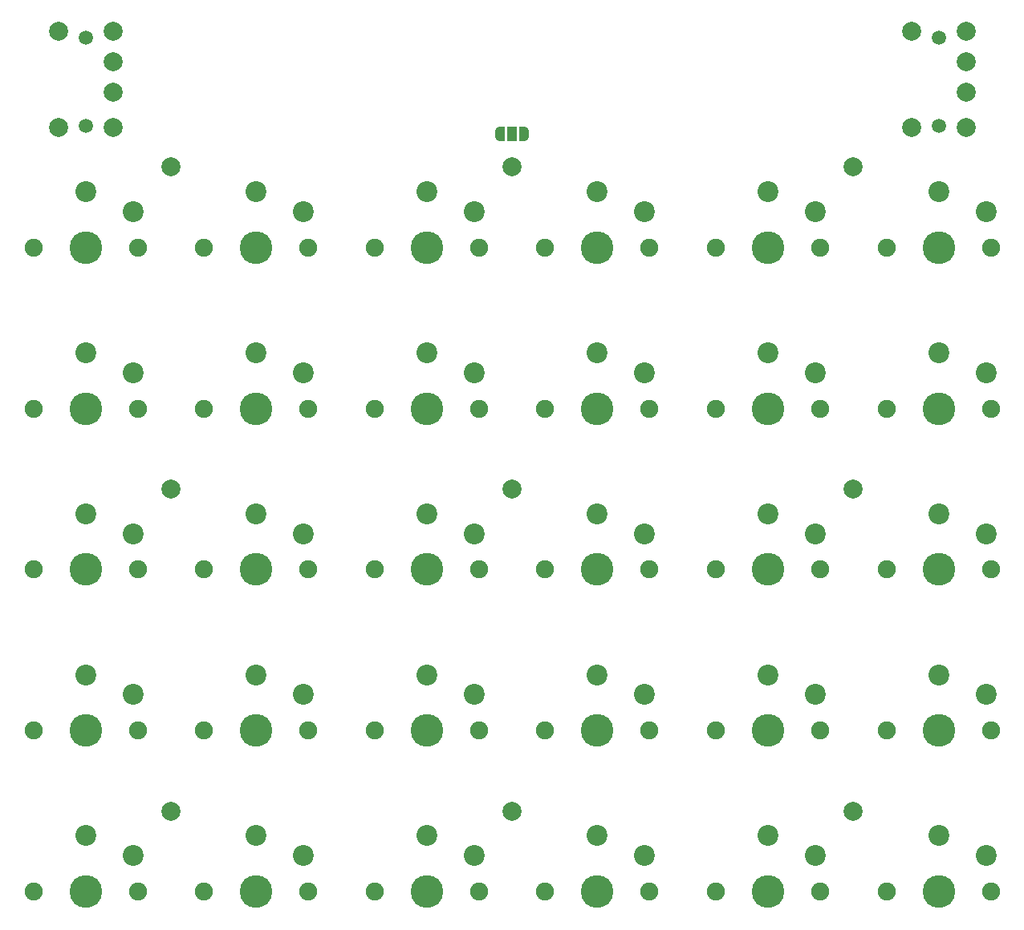
<source format=gbr>
%TF.GenerationSoftware,KiCad,Pcbnew,(6.0.4)*%
%TF.CreationDate,2022-04-25T23:47:20+01:00*%
%TF.ProjectId,pcb,7063622e-6b69-4636-9164-5f7063625858,1*%
%TF.SameCoordinates,Original*%
%TF.FileFunction,Soldermask,Bot*%
%TF.FilePolarity,Negative*%
%FSLAX46Y46*%
G04 Gerber Fmt 4.6, Leading zero omitted, Abs format (unit mm)*
G04 Created by KiCad (PCBNEW (6.0.4)) date 2022-04-25 23:47:20*
%MOMM*%
%LPD*%
G01*
G04 APERTURE LIST*
G04 Aperture macros list*
%AMFreePoly0*
4,1,22,0.550000,-0.750000,0.000000,-0.750000,0.000000,-0.745033,-0.079941,-0.743568,-0.215256,-0.701293,-0.333266,-0.622738,-0.424486,-0.514219,-0.481581,-0.384460,-0.499164,-0.250000,-0.500000,-0.250000,-0.500000,0.250000,-0.499164,0.250000,-0.499963,0.256109,-0.478152,0.396186,-0.417904,0.524511,-0.324060,0.630769,-0.204165,0.706417,-0.067858,0.745374,0.000000,0.744959,0.000000,0.750000,
0.550000,0.750000,0.550000,-0.750000,0.550000,-0.750000,$1*%
%AMFreePoly1*
4,1,20,0.000000,0.744959,0.073905,0.744508,0.209726,0.703889,0.328688,0.626782,0.421226,0.519385,0.479903,0.390333,0.500000,0.250000,0.500000,-0.250000,0.499851,-0.262216,0.476331,-0.402017,0.414519,-0.529596,0.319384,-0.634700,0.198574,-0.708877,0.061801,-0.746166,0.000000,-0.745033,0.000000,-0.750000,-0.550000,-0.750000,-0.550000,0.750000,0.000000,0.750000,0.000000,0.744959,
0.000000,0.744959,$1*%
G04 Aperture macros list end*
%ADD10C,2.000000*%
%ADD11C,1.900000*%
%ADD12C,3.450000*%
%ADD13C,2.200000*%
%ADD14C,1.500000*%
%ADD15FreePoly0,180.000000*%
%ADD16R,1.000000X1.500000*%
%ADD17FreePoly1,180.000000*%
G04 APERTURE END LIST*
D10*
%TO.C,REF\u002A\u002A*%
X117000000Y-161500000D03*
%TD*%
%TO.C,REF\u002A\u002A*%
X81000000Y-161500000D03*
%TD*%
%TO.C,REF\u002A\u002A*%
X45000000Y-161500000D03*
%TD*%
%TO.C,REF\u002A\u002A*%
X45000000Y-127500000D03*
%TD*%
%TO.C,REF\u002A\u002A*%
X81000000Y-127500000D03*
%TD*%
%TO.C,REF\u002A\u002A*%
X117000000Y-127500000D03*
%TD*%
%TO.C,REF\u002A\u002A*%
X117000000Y-93500000D03*
%TD*%
%TO.C,REF\u002A\u002A*%
X81000000Y-93500000D03*
%TD*%
%TO.C,REF\u002A\u002A*%
X45000000Y-93500000D03*
%TD*%
D11*
%TO.C,B4*%
X41500000Y-170000000D03*
D12*
X36000000Y-170000000D03*
D11*
X30500000Y-170000000D03*
D13*
X36000000Y-164100000D03*
X41000000Y-166200000D03*
%TD*%
D11*
%TO.C,B0*%
X30500000Y-102000000D03*
D12*
X36000000Y-102000000D03*
D11*
X41500000Y-102000000D03*
D13*
X36000000Y-96100000D03*
X41000000Y-98200000D03*
%TD*%
%TO.C,B10*%
X59000000Y-98200000D03*
X54000000Y-96100000D03*
D11*
X59500000Y-102000000D03*
D12*
X54000000Y-102000000D03*
D11*
X48500000Y-102000000D03*
%TD*%
D13*
%TO.C,B16*%
X77000000Y-98200000D03*
X72000000Y-96100000D03*
D11*
X66500000Y-102000000D03*
X77500000Y-102000000D03*
D12*
X72000000Y-102000000D03*
%TD*%
D10*
%TO.C,U1*%
X33125000Y-89320000D03*
X38875000Y-89320000D03*
X38875000Y-85570000D03*
X38875000Y-82370000D03*
X38875000Y-79170000D03*
X33125000Y-79170000D03*
D14*
X36000000Y-89170000D03*
X36000000Y-79870000D03*
%TD*%
D12*
%TO.C,B26*%
X108000000Y-136000000D03*
D11*
X113500000Y-136000000D03*
X102500000Y-136000000D03*
D13*
X108000000Y-130100000D03*
X113000000Y-132200000D03*
%TD*%
D10*
%TO.C,U2*%
X128875000Y-89320000D03*
X123125000Y-89320000D03*
X128875000Y-85570000D03*
X128875000Y-82370000D03*
X128875000Y-79170000D03*
X123125000Y-79170000D03*
D14*
X126000000Y-79870000D03*
X126000000Y-89170000D03*
%TD*%
D12*
%TO.C,B6*%
X54000000Y-153000000D03*
D11*
X48500000Y-153000000D03*
X59500000Y-153000000D03*
D13*
X54000000Y-147100000D03*
X59000000Y-149200000D03*
%TD*%
D12*
%TO.C,B23*%
X108000000Y-170000000D03*
D11*
X113500000Y-170000000D03*
X102500000Y-170000000D03*
D13*
X108000000Y-164100000D03*
X113000000Y-166200000D03*
%TD*%
%TO.C,B25*%
X95000000Y-98200000D03*
X90000000Y-96100000D03*
D11*
X84500000Y-102000000D03*
D12*
X90000000Y-102000000D03*
D11*
X95500000Y-102000000D03*
%TD*%
D12*
%TO.C,B5*%
X54000000Y-170000000D03*
D11*
X59500000Y-170000000D03*
X48500000Y-170000000D03*
D13*
X54000000Y-164100000D03*
X59000000Y-166200000D03*
%TD*%
D11*
%TO.C,B32*%
X131500000Y-136000000D03*
D12*
X126000000Y-136000000D03*
D11*
X120500000Y-136000000D03*
D13*
X126000000Y-130100000D03*
X131000000Y-132200000D03*
%TD*%
D11*
%TO.C,B15*%
X77500000Y-119000000D03*
X66500000Y-119000000D03*
D12*
X72000000Y-119000000D03*
D13*
X72000000Y-113100000D03*
X77000000Y-115200000D03*
%TD*%
D12*
%TO.C,B13*%
X72000000Y-153000000D03*
D11*
X77500000Y-153000000D03*
X66500000Y-153000000D03*
D13*
X72000000Y-147100000D03*
X77000000Y-149200000D03*
%TD*%
D11*
%TO.C,B7*%
X48500000Y-136000000D03*
X59500000Y-136000000D03*
D12*
X54000000Y-136000000D03*
D13*
X54000000Y-130100000D03*
X59000000Y-132200000D03*
%TD*%
D11*
%TO.C,B20*%
X84500000Y-153000000D03*
X95500000Y-153000000D03*
D12*
X90000000Y-153000000D03*
D13*
X90000000Y-147100000D03*
X95000000Y-149200000D03*
%TD*%
D11*
%TO.C,B24*%
X113500000Y-153000000D03*
X102500000Y-153000000D03*
D12*
X108000000Y-153000000D03*
D13*
X108000000Y-147100000D03*
X113000000Y-149200000D03*
%TD*%
D12*
%TO.C,B27*%
X108000000Y-119000000D03*
D11*
X113500000Y-119000000D03*
X102500000Y-119000000D03*
D13*
X108000000Y-113100000D03*
X113000000Y-115200000D03*
%TD*%
D11*
%TO.C,B21*%
X95500000Y-136000000D03*
D12*
X90000000Y-136000000D03*
D11*
X84500000Y-136000000D03*
D13*
X90000000Y-130100000D03*
X95000000Y-132200000D03*
%TD*%
D11*
%TO.C,B22*%
X84500000Y-119000000D03*
D12*
X90000000Y-119000000D03*
D11*
X95500000Y-119000000D03*
D13*
X90000000Y-113100000D03*
X95000000Y-115200000D03*
%TD*%
D12*
%TO.C,B3*%
X36000000Y-153000000D03*
D11*
X41500000Y-153000000D03*
X30500000Y-153000000D03*
D13*
X36000000Y-147100000D03*
X41000000Y-149200000D03*
%TD*%
D12*
%TO.C,B2*%
X36000000Y-136000000D03*
D11*
X41500000Y-136000000D03*
X30500000Y-136000000D03*
D13*
X36000000Y-130100000D03*
X41000000Y-132200000D03*
%TD*%
D11*
%TO.C,B35*%
X131500000Y-102000000D03*
X120500000Y-102000000D03*
D12*
X126000000Y-102000000D03*
D13*
X126000000Y-96100000D03*
X131000000Y-98200000D03*
%TD*%
D11*
%TO.C,B12*%
X77500000Y-170000000D03*
X66500000Y-170000000D03*
D12*
X72000000Y-170000000D03*
D13*
X72000000Y-164100000D03*
X77000000Y-166200000D03*
%TD*%
D12*
%TO.C,B1*%
X36000000Y-119000000D03*
D11*
X30500000Y-119000000D03*
X41500000Y-119000000D03*
D13*
X36000000Y-113100000D03*
X41000000Y-115200000D03*
%TD*%
D12*
%TO.C,B17*%
X90000000Y-170000000D03*
D11*
X95500000Y-170000000D03*
X84500000Y-170000000D03*
D13*
X90000000Y-164100000D03*
X95000000Y-166200000D03*
%TD*%
D12*
%TO.C,B11*%
X54000000Y-119000000D03*
D11*
X48500000Y-119000000D03*
X59500000Y-119000000D03*
D13*
X54000000Y-113100000D03*
X59000000Y-115200000D03*
%TD*%
D11*
%TO.C,B31*%
X131500000Y-153000000D03*
D12*
X126000000Y-153000000D03*
D11*
X120500000Y-153000000D03*
D13*
X126000000Y-147100000D03*
X131000000Y-149200000D03*
%TD*%
%TO.C,B33*%
X113000000Y-98200000D03*
X108000000Y-96100000D03*
D11*
X113500000Y-102000000D03*
D12*
X108000000Y-102000000D03*
D11*
X102500000Y-102000000D03*
%TD*%
%TO.C,B14*%
X66500000Y-136000000D03*
D12*
X72000000Y-136000000D03*
D11*
X77500000Y-136000000D03*
D13*
X72000000Y-130100000D03*
X77000000Y-132200000D03*
%TD*%
D11*
%TO.C,B34*%
X120500000Y-119000000D03*
D12*
X126000000Y-119000000D03*
D11*
X131500000Y-119000000D03*
D13*
X126000000Y-113100000D03*
X131000000Y-115200000D03*
%TD*%
D12*
%TO.C,B30*%
X126000000Y-170000000D03*
D11*
X120500000Y-170000000D03*
X131500000Y-170000000D03*
D13*
X126000000Y-164100000D03*
X131000000Y-166200000D03*
%TD*%
D15*
%TO.C,Left/right selection*%
X82300000Y-90000000D03*
D16*
X81000000Y-90000000D03*
D17*
X79700000Y-90000000D03*
%TD*%
M02*

</source>
